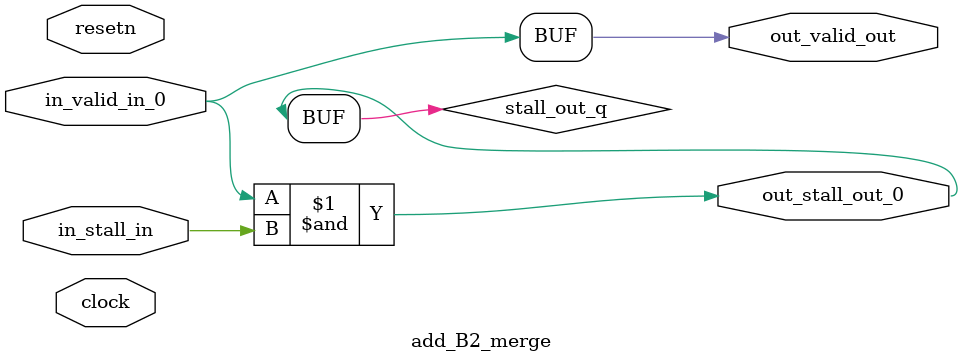
<source format=sv>



(* altera_attribute = "-name AUTO_SHIFT_REGISTER_RECOGNITION OFF; -name MESSAGE_DISABLE 10036; -name MESSAGE_DISABLE 10037; -name MESSAGE_DISABLE 14130; -name MESSAGE_DISABLE 14320; -name MESSAGE_DISABLE 15400; -name MESSAGE_DISABLE 14130; -name MESSAGE_DISABLE 10036; -name MESSAGE_DISABLE 12020; -name MESSAGE_DISABLE 12030; -name MESSAGE_DISABLE 12010; -name MESSAGE_DISABLE 12110; -name MESSAGE_DISABLE 14320; -name MESSAGE_DISABLE 13410; -name MESSAGE_DISABLE 113007; -name MESSAGE_DISABLE 10958" *)
module add_B2_merge (
    input wire [0:0] in_stall_in,
    input wire [0:0] in_valid_in_0,
    output wire [0:0] out_stall_out_0,
    output wire [0:0] out_valid_out,
    input wire clock,
    input wire resetn
    );

    wire [0:0] stall_out_q;


    // stall_out(LOGICAL,6)
    assign stall_out_q = in_valid_in_0 & in_stall_in;

    // out_stall_out_0(GPOUT,4)
    assign out_stall_out_0 = stall_out_q;

    // out_valid_out(GPOUT,5)
    assign out_valid_out = in_valid_in_0;

endmodule

</source>
